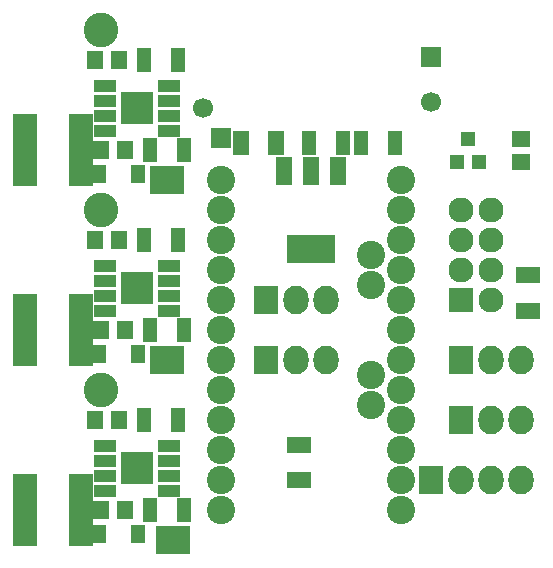
<source format=gts>
G04 #@! TF.FileFunction,Soldermask,Top*
%FSLAX46Y46*%
G04 Gerber Fmt 4.6, Leading zero omitted, Abs format (unit mm)*
G04 Created by KiCad (PCBNEW 4.0.4-stable) date 03/13/17 09:42:38*
%MOMM*%
%LPD*%
G01*
G04 APERTURE LIST*
%ADD10C,0.100000*%
%ADD11C,2.400000*%
%ADD12R,1.400000X2.000000*%
%ADD13R,2.000000X1.400000*%
%ADD14R,1.650000X1.400000*%
%ADD15R,1.300000X2.100000*%
%ADD16R,4.057600X2.432000*%
%ADD17R,1.416000X2.432000*%
%ADD18R,1.200100X1.200100*%
%ADD19R,2.127200X2.127200*%
%ADD20O,2.127200X2.127200*%
%ADD21R,1.400000X1.650000*%
%ADD22R,1.700000X1.700000*%
%ADD23C,1.700000*%
%ADD24C,2.940000*%
%ADD25R,2.940000X2.400000*%
%ADD26R,1.310000X1.620000*%
%ADD27R,1.950000X1.000000*%
%ADD28R,1.575000X1.575000*%
%ADD29R,2.000000X6.100000*%
%ADD30R,2.127200X2.432000*%
%ADD31O,2.127200X2.432000*%
G04 APERTURE END LIST*
D10*
D11*
X119380000Y-114300000D03*
X119380000Y-116840000D03*
X119380000Y-119380000D03*
X119380000Y-121920000D03*
X119380000Y-124460000D03*
X119380000Y-127000000D03*
X119380000Y-129540000D03*
X119380000Y-132080000D03*
X119380000Y-134620000D03*
X119380000Y-137160000D03*
X119380000Y-139700000D03*
X119380000Y-142240000D03*
X134620000Y-142240000D03*
X134620000Y-139700000D03*
X134620000Y-137160000D03*
X134620000Y-134620000D03*
X134620000Y-132080000D03*
X134620000Y-129540000D03*
X134620000Y-127000000D03*
X134620000Y-124460000D03*
X134620000Y-121920000D03*
X134620000Y-119380000D03*
X134620000Y-116840000D03*
X134620000Y-114300000D03*
X132080000Y-120650000D03*
X132080000Y-123190000D03*
X132080000Y-133350000D03*
X132080000Y-130810000D03*
D12*
X124055000Y-111125000D03*
X121055000Y-111125000D03*
D13*
X125984000Y-136676000D03*
X125984000Y-139676000D03*
X145415000Y-125325000D03*
X145415000Y-122325000D03*
D14*
X144780000Y-110760000D03*
X144780000Y-112760000D03*
D15*
X126820000Y-111125000D03*
X129720000Y-111125000D03*
X131265000Y-111125000D03*
X134165000Y-111125000D03*
D16*
X127000000Y-120142000D03*
D17*
X127000000Y-113538000D03*
X124714000Y-113538000D03*
X129286000Y-113538000D03*
D18*
X139385000Y-112760760D03*
X141285000Y-112760760D03*
X140335000Y-110761780D03*
D19*
X139700000Y-124460000D03*
D20*
X142240000Y-124460000D03*
X139700000Y-121920000D03*
X142240000Y-121920000D03*
X139700000Y-119380000D03*
X142240000Y-119380000D03*
X139700000Y-116840000D03*
X142240000Y-116840000D03*
D21*
X108728000Y-134620000D03*
X110728000Y-134620000D03*
X108728000Y-119380000D03*
X110728000Y-119380000D03*
X108728000Y-104140000D03*
X110728000Y-104140000D03*
X109236000Y-142240000D03*
X111236000Y-142240000D03*
X109236000Y-127000000D03*
X111236000Y-127000000D03*
X109236000Y-111760000D03*
X111236000Y-111760000D03*
D22*
X119380000Y-110744000D03*
D23*
X117856000Y-108204000D03*
D24*
X109220000Y-132080001D03*
D25*
X115317953Y-144777463D03*
D24*
X109220001Y-116840000D03*
D25*
X114809953Y-129537463D03*
D24*
X109220000Y-101600001D03*
D25*
X114809953Y-114297463D03*
D26*
X109109000Y-144272000D03*
X112379000Y-144272000D03*
X109109000Y-129032000D03*
X112379000Y-129032000D03*
X109109000Y-113792000D03*
X112379000Y-113792000D03*
D15*
X116258000Y-142240000D03*
X113358000Y-142240000D03*
X116258000Y-127000000D03*
X113358000Y-127000000D03*
X116258000Y-111760000D03*
X113358000Y-111760000D03*
X115750000Y-134620000D03*
X112850000Y-134620000D03*
X115750000Y-119380000D03*
X112850000Y-119380000D03*
X115750000Y-104140000D03*
X112850000Y-104140000D03*
D27*
X114968000Y-125349000D03*
X114968000Y-124079000D03*
X114968000Y-122809000D03*
X114968000Y-121539000D03*
X109568000Y-121539000D03*
X109568000Y-122809000D03*
X109568000Y-124079000D03*
X109568000Y-125349000D03*
D28*
X111680500Y-122856500D03*
X111680500Y-124031500D03*
X112855500Y-122856500D03*
X112855500Y-124031500D03*
D27*
X114968000Y-110109000D03*
X114968000Y-108839000D03*
X114968000Y-107569000D03*
X114968000Y-106299000D03*
X109568000Y-106299000D03*
X109568000Y-107569000D03*
X109568000Y-108839000D03*
X109568000Y-110109000D03*
D28*
X111680500Y-107616500D03*
X111680500Y-108791500D03*
X112855500Y-107616500D03*
X112855500Y-108791500D03*
D27*
X114968000Y-140589000D03*
X114968000Y-139319000D03*
X114968000Y-138049000D03*
X114968000Y-136779000D03*
X109568000Y-136779000D03*
X109568000Y-138049000D03*
X109568000Y-139319000D03*
X109568000Y-140589000D03*
D28*
X111680500Y-138096500D03*
X111680500Y-139271500D03*
X112855500Y-138096500D03*
X112855500Y-139271500D03*
D29*
X107506000Y-142240000D03*
X102806000Y-142240000D03*
D23*
X137160000Y-107696000D03*
D22*
X137160000Y-103896000D03*
D29*
X107506000Y-127000000D03*
X102806000Y-127000000D03*
X107506000Y-111760000D03*
X102806000Y-111760000D03*
D30*
X123190000Y-124460000D03*
D31*
X125730000Y-124460000D03*
X128270000Y-124460000D03*
D30*
X123190000Y-129540000D03*
D31*
X125730000Y-129540000D03*
X128270000Y-129540000D03*
D30*
X137160000Y-139700000D03*
D31*
X139700000Y-139700000D03*
X142240000Y-139700000D03*
X144780000Y-139700000D03*
D30*
X139700000Y-129540000D03*
D31*
X142240000Y-129540000D03*
X144780000Y-129540000D03*
D30*
X139700000Y-134620000D03*
D31*
X142240000Y-134620000D03*
X144780000Y-134620000D03*
M02*

</source>
